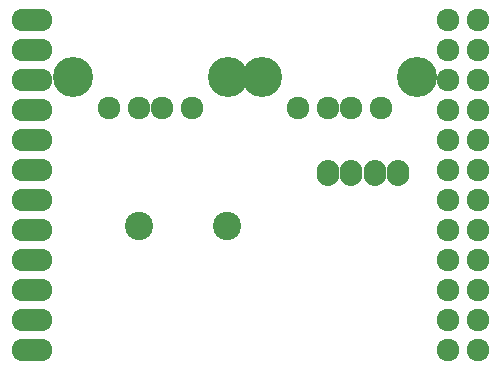
<source format=gbs>
G04 #@! TF.FileFunction,Soldermask,Bot*
%FSLAX46Y46*%
G04 Gerber Fmt 4.6, Leading zero omitted, Abs format (unit mm)*
G04 Created by KiCad (PCBNEW 4.0.1-stable) date 05/05/18 00:40:07*
%MOMM*%
G01*
G04 APERTURE LIST*
%ADD10C,0.050000*%
%ADD11C,1.924000*%
%ADD12O,3.448000X1.924000*%
%ADD13C,2.400000*%
%ADD14C,3.400000*%
%ADD15O,1.924000X2.200000*%
G04 APERTURE END LIST*
D10*
D11*
X128270000Y-56030000D03*
X125730000Y-56030000D03*
X128270000Y-58570000D03*
X125730000Y-58570000D03*
X128270000Y-61110000D03*
X125730000Y-61110000D03*
X128270000Y-63650000D03*
X125730000Y-63650000D03*
X128270000Y-66190000D03*
X125730000Y-66190000D03*
X128270000Y-68730000D03*
X125730000Y-68730000D03*
X128270000Y-71270000D03*
X125730000Y-71270000D03*
X128270000Y-73810000D03*
X125730000Y-73810000D03*
X128270000Y-76350000D03*
X125730000Y-76350000D03*
X128270000Y-78890000D03*
X125730000Y-78890000D03*
X128270000Y-81430000D03*
X125730000Y-81430000D03*
X128270000Y-83970000D03*
X125730000Y-83970000D03*
D12*
X90500000Y-56030000D03*
X90500000Y-58570000D03*
X90500000Y-61110000D03*
X90500000Y-63650000D03*
X90500000Y-66190000D03*
X90500000Y-68730000D03*
X90500000Y-71270000D03*
X90500000Y-73810000D03*
X90500000Y-76350000D03*
X90500000Y-78890000D03*
X90500000Y-81430000D03*
X90500000Y-83970000D03*
D13*
X99500000Y-73500000D03*
X107000000Y-73500000D03*
D11*
X97000000Y-63500000D03*
X99500000Y-63500000D03*
X101500000Y-63500000D03*
X104000000Y-63500000D03*
D14*
X93930000Y-60900000D03*
X107070000Y-60900000D03*
D11*
X113000000Y-63500000D03*
X115500000Y-63500000D03*
X117500000Y-63500000D03*
X120000000Y-63500000D03*
D14*
X109930000Y-60900000D03*
X123070000Y-60900000D03*
D15*
X121500000Y-69000000D03*
X119500000Y-69000000D03*
X117500000Y-69000000D03*
X115500000Y-69000000D03*
M02*

</source>
